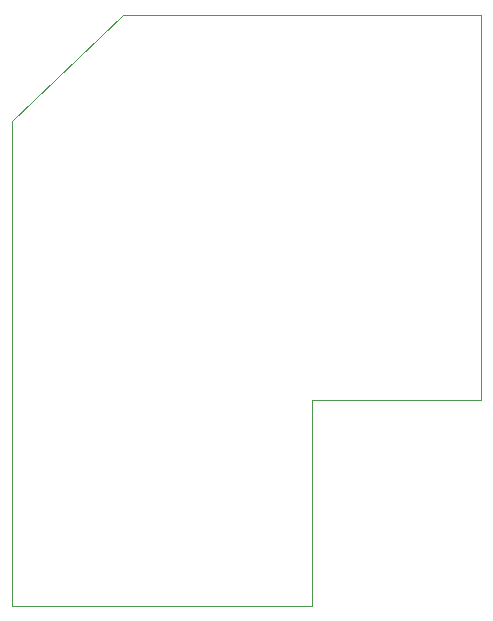
<source format=gm1>
G04 #@! TF.GenerationSoftware,KiCad,Pcbnew,no-vcs-found-44b118f~58~ubuntu16.04.1*
G04 #@! TF.CreationDate,2017-06-12T15:08:49+03:00*
G04 #@! TF.ProjectId,sd_wav_pcm5100,73645F7761765F70636D353130302E6B,rev?*
G04 #@! TF.FileFunction,Profile,NP*
%FSLAX46Y46*%
G04 Gerber Fmt 4.6, Leading zero omitted, Abs format (unit mm)*
G04 Created by KiCad (PCBNEW no-vcs-found-44b118f~58~ubuntu16.04.1) date Mon Jun 12 15:08:49 2017*
%MOMM*%
%LPD*%
G01*
G04 APERTURE LIST*
%ADD10C,0.100000*%
G04 APERTURE END LIST*
D10*
X59125000Y-77375000D02*
X68500000Y-68425000D01*
X59125000Y-118400007D02*
X59125000Y-77375000D01*
X84475049Y-118400000D02*
X59125000Y-118400000D01*
X84475000Y-101000000D02*
X84475000Y-118400017D01*
X98825000Y-101000000D02*
X84475000Y-101000000D01*
X98825000Y-68425000D02*
X98825000Y-101000000D01*
X68499990Y-68425000D02*
X98825000Y-68425000D01*
M02*

</source>
